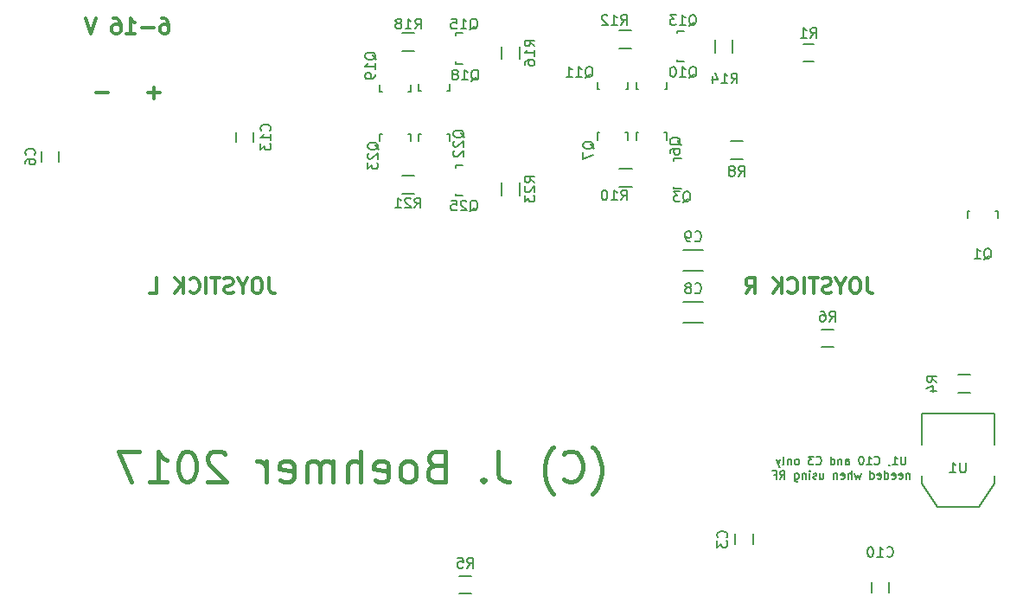
<source format=gbo>
G04 #@! TF.GenerationSoftware,KiCad,Pcbnew,(2017-03-02 revision 906ee77db)-makepkg*
G04 #@! TF.CreationDate,2017-03-05T17:57:52+01:00*
G04 #@! TF.ProjectId,FTController,4654436F6E74726F6C6C65722E6B6963,1.0*
G04 #@! TF.FileFunction,Legend,Bot*
G04 #@! TF.FilePolarity,Positive*
%FSLAX46Y46*%
G04 Gerber Fmt 4.6, Leading zero omitted, Abs format (unit mm)*
G04 Created by KiCad (PCBNEW (2017-03-02 revision 906ee77db)-makepkg) date 03/05/17 17:57:52*
%MOMM*%
%LPD*%
G01*
G04 APERTURE LIST*
%ADD10C,0.100000*%
%ADD11C,0.200000*%
%ADD12C,0.300000*%
%ADD13C,0.400000*%
%ADD14C,0.150000*%
G04 APERTURE END LIST*
D10*
D11*
X233615714Y-133481904D02*
X233615714Y-134129523D01*
X233577619Y-134205714D01*
X233539523Y-134243809D01*
X233463333Y-134281904D01*
X233310952Y-134281904D01*
X233234761Y-134243809D01*
X233196666Y-134205714D01*
X233158571Y-134129523D01*
X233158571Y-133481904D01*
X232358571Y-134281904D02*
X232815714Y-134281904D01*
X232587142Y-134281904D02*
X232587142Y-133481904D01*
X232663333Y-133596190D01*
X232739523Y-133672380D01*
X232815714Y-133710476D01*
X231977619Y-134243809D02*
X231977619Y-134281904D01*
X232015714Y-134358095D01*
X232053809Y-134396190D01*
X230568095Y-134205714D02*
X230606190Y-134243809D01*
X230720476Y-134281904D01*
X230796666Y-134281904D01*
X230910952Y-134243809D01*
X230987142Y-134167619D01*
X231025238Y-134091428D01*
X231063333Y-133939047D01*
X231063333Y-133824761D01*
X231025238Y-133672380D01*
X230987142Y-133596190D01*
X230910952Y-133520000D01*
X230796666Y-133481904D01*
X230720476Y-133481904D01*
X230606190Y-133520000D01*
X230568095Y-133558095D01*
X229806190Y-134281904D02*
X230263333Y-134281904D01*
X230034761Y-134281904D02*
X230034761Y-133481904D01*
X230110952Y-133596190D01*
X230187142Y-133672380D01*
X230263333Y-133710476D01*
X229310952Y-133481904D02*
X229234761Y-133481904D01*
X229158571Y-133520000D01*
X229120476Y-133558095D01*
X229082380Y-133634285D01*
X229044285Y-133786666D01*
X229044285Y-133977142D01*
X229082380Y-134129523D01*
X229120476Y-134205714D01*
X229158571Y-134243809D01*
X229234761Y-134281904D01*
X229310952Y-134281904D01*
X229387142Y-134243809D01*
X229425238Y-134205714D01*
X229463333Y-134129523D01*
X229501428Y-133977142D01*
X229501428Y-133786666D01*
X229463333Y-133634285D01*
X229425238Y-133558095D01*
X229387142Y-133520000D01*
X229310952Y-133481904D01*
X227749047Y-134281904D02*
X227749047Y-133862857D01*
X227787142Y-133786666D01*
X227863333Y-133748571D01*
X228015714Y-133748571D01*
X228091904Y-133786666D01*
X227749047Y-134243809D02*
X227825238Y-134281904D01*
X228015714Y-134281904D01*
X228091904Y-134243809D01*
X228130000Y-134167619D01*
X228130000Y-134091428D01*
X228091904Y-134015238D01*
X228015714Y-133977142D01*
X227825238Y-133977142D01*
X227749047Y-133939047D01*
X227368095Y-133748571D02*
X227368095Y-134281904D01*
X227368095Y-133824761D02*
X227330000Y-133786666D01*
X227253809Y-133748571D01*
X227139523Y-133748571D01*
X227063333Y-133786666D01*
X227025238Y-133862857D01*
X227025238Y-134281904D01*
X226301428Y-134281904D02*
X226301428Y-133481904D01*
X226301428Y-134243809D02*
X226377619Y-134281904D01*
X226530000Y-134281904D01*
X226606190Y-134243809D01*
X226644285Y-134205714D01*
X226682380Y-134129523D01*
X226682380Y-133900952D01*
X226644285Y-133824761D01*
X226606190Y-133786666D01*
X226530000Y-133748571D01*
X226377619Y-133748571D01*
X226301428Y-133786666D01*
X224853809Y-134205714D02*
X224891904Y-134243809D01*
X225006190Y-134281904D01*
X225082380Y-134281904D01*
X225196666Y-134243809D01*
X225272857Y-134167619D01*
X225310952Y-134091428D01*
X225349047Y-133939047D01*
X225349047Y-133824761D01*
X225310952Y-133672380D01*
X225272857Y-133596190D01*
X225196666Y-133520000D01*
X225082380Y-133481904D01*
X225006190Y-133481904D01*
X224891904Y-133520000D01*
X224853809Y-133558095D01*
X224587142Y-133481904D02*
X224091904Y-133481904D01*
X224358571Y-133786666D01*
X224244285Y-133786666D01*
X224168095Y-133824761D01*
X224130000Y-133862857D01*
X224091904Y-133939047D01*
X224091904Y-134129523D01*
X224130000Y-134205714D01*
X224168095Y-134243809D01*
X224244285Y-134281904D01*
X224472857Y-134281904D01*
X224549047Y-134243809D01*
X224587142Y-134205714D01*
X223025238Y-134281904D02*
X223101428Y-134243809D01*
X223139523Y-134205714D01*
X223177619Y-134129523D01*
X223177619Y-133900952D01*
X223139523Y-133824761D01*
X223101428Y-133786666D01*
X223025238Y-133748571D01*
X222910952Y-133748571D01*
X222834761Y-133786666D01*
X222796666Y-133824761D01*
X222758571Y-133900952D01*
X222758571Y-134129523D01*
X222796666Y-134205714D01*
X222834761Y-134243809D01*
X222910952Y-134281904D01*
X223025238Y-134281904D01*
X222415714Y-133748571D02*
X222415714Y-134281904D01*
X222415714Y-133824761D02*
X222377619Y-133786666D01*
X222301428Y-133748571D01*
X222187142Y-133748571D01*
X222110952Y-133786666D01*
X222072857Y-133862857D01*
X222072857Y-134281904D01*
X221577619Y-134281904D02*
X221653809Y-134243809D01*
X221691904Y-134167619D01*
X221691904Y-133481904D01*
X221349047Y-133748571D02*
X221158571Y-134281904D01*
X220968095Y-133748571D02*
X221158571Y-134281904D01*
X221234761Y-134472380D01*
X221272857Y-134510476D01*
X221349047Y-134548571D01*
X233996666Y-135148571D02*
X233996666Y-135681904D01*
X233996666Y-135224761D02*
X233958571Y-135186666D01*
X233882380Y-135148571D01*
X233768095Y-135148571D01*
X233691904Y-135186666D01*
X233653809Y-135262857D01*
X233653809Y-135681904D01*
X232968095Y-135643809D02*
X233044285Y-135681904D01*
X233196666Y-135681904D01*
X233272857Y-135643809D01*
X233310952Y-135567619D01*
X233310952Y-135262857D01*
X233272857Y-135186666D01*
X233196666Y-135148571D01*
X233044285Y-135148571D01*
X232968095Y-135186666D01*
X232930000Y-135262857D01*
X232930000Y-135339047D01*
X233310952Y-135415238D01*
X232282380Y-135643809D02*
X232358571Y-135681904D01*
X232510952Y-135681904D01*
X232587142Y-135643809D01*
X232625238Y-135567619D01*
X232625238Y-135262857D01*
X232587142Y-135186666D01*
X232510952Y-135148571D01*
X232358571Y-135148571D01*
X232282380Y-135186666D01*
X232244285Y-135262857D01*
X232244285Y-135339047D01*
X232625238Y-135415238D01*
X231558571Y-135681904D02*
X231558571Y-134881904D01*
X231558571Y-135643809D02*
X231634761Y-135681904D01*
X231787142Y-135681904D01*
X231863333Y-135643809D01*
X231901428Y-135605714D01*
X231939523Y-135529523D01*
X231939523Y-135300952D01*
X231901428Y-135224761D01*
X231863333Y-135186666D01*
X231787142Y-135148571D01*
X231634761Y-135148571D01*
X231558571Y-135186666D01*
X230872857Y-135643809D02*
X230949047Y-135681904D01*
X231101428Y-135681904D01*
X231177619Y-135643809D01*
X231215714Y-135567619D01*
X231215714Y-135262857D01*
X231177619Y-135186666D01*
X231101428Y-135148571D01*
X230949047Y-135148571D01*
X230872857Y-135186666D01*
X230834761Y-135262857D01*
X230834761Y-135339047D01*
X231215714Y-135415238D01*
X230149047Y-135681904D02*
X230149047Y-134881904D01*
X230149047Y-135643809D02*
X230225238Y-135681904D01*
X230377619Y-135681904D01*
X230453809Y-135643809D01*
X230491904Y-135605714D01*
X230530000Y-135529523D01*
X230530000Y-135300952D01*
X230491904Y-135224761D01*
X230453809Y-135186666D01*
X230377619Y-135148571D01*
X230225238Y-135148571D01*
X230149047Y-135186666D01*
X229234761Y-135148571D02*
X229082380Y-135681904D01*
X228930000Y-135300952D01*
X228777619Y-135681904D01*
X228625238Y-135148571D01*
X228320476Y-135681904D02*
X228320476Y-134881904D01*
X227977619Y-135681904D02*
X227977619Y-135262857D01*
X228015714Y-135186666D01*
X228091904Y-135148571D01*
X228206190Y-135148571D01*
X228282380Y-135186666D01*
X228320476Y-135224761D01*
X227291904Y-135643809D02*
X227368095Y-135681904D01*
X227520476Y-135681904D01*
X227596666Y-135643809D01*
X227634761Y-135567619D01*
X227634761Y-135262857D01*
X227596666Y-135186666D01*
X227520476Y-135148571D01*
X227368095Y-135148571D01*
X227291904Y-135186666D01*
X227253809Y-135262857D01*
X227253809Y-135339047D01*
X227634761Y-135415238D01*
X226910952Y-135148571D02*
X226910952Y-135681904D01*
X226910952Y-135224761D02*
X226872857Y-135186666D01*
X226796666Y-135148571D01*
X226682380Y-135148571D01*
X226606190Y-135186666D01*
X226568095Y-135262857D01*
X226568095Y-135681904D01*
X225234761Y-135148571D02*
X225234761Y-135681904D01*
X225577619Y-135148571D02*
X225577619Y-135567619D01*
X225539523Y-135643809D01*
X225463333Y-135681904D01*
X225349047Y-135681904D01*
X225272857Y-135643809D01*
X225234761Y-135605714D01*
X224891904Y-135643809D02*
X224815714Y-135681904D01*
X224663333Y-135681904D01*
X224587142Y-135643809D01*
X224549047Y-135567619D01*
X224549047Y-135529523D01*
X224587142Y-135453333D01*
X224663333Y-135415238D01*
X224777619Y-135415238D01*
X224853809Y-135377142D01*
X224891904Y-135300952D01*
X224891904Y-135262857D01*
X224853809Y-135186666D01*
X224777619Y-135148571D01*
X224663333Y-135148571D01*
X224587142Y-135186666D01*
X224206190Y-135681904D02*
X224206190Y-135148571D01*
X224206190Y-134881904D02*
X224244285Y-134920000D01*
X224206190Y-134958095D01*
X224168095Y-134920000D01*
X224206190Y-134881904D01*
X224206190Y-134958095D01*
X223825238Y-135148571D02*
X223825238Y-135681904D01*
X223825238Y-135224761D02*
X223787142Y-135186666D01*
X223710952Y-135148571D01*
X223596666Y-135148571D01*
X223520476Y-135186666D01*
X223482380Y-135262857D01*
X223482380Y-135681904D01*
X222758571Y-135148571D02*
X222758571Y-135796190D01*
X222796666Y-135872380D01*
X222834761Y-135910476D01*
X222910952Y-135948571D01*
X223025238Y-135948571D01*
X223101428Y-135910476D01*
X222758571Y-135643809D02*
X222834761Y-135681904D01*
X222987142Y-135681904D01*
X223063333Y-135643809D01*
X223101428Y-135605714D01*
X223139523Y-135529523D01*
X223139523Y-135300952D01*
X223101428Y-135224761D01*
X223063333Y-135186666D01*
X222987142Y-135148571D01*
X222834761Y-135148571D01*
X222758571Y-135186666D01*
X221310952Y-135681904D02*
X221577619Y-135300952D01*
X221768095Y-135681904D02*
X221768095Y-134881904D01*
X221463333Y-134881904D01*
X221387142Y-134920000D01*
X221349047Y-134958095D01*
X221310952Y-135034285D01*
X221310952Y-135148571D01*
X221349047Y-135224761D01*
X221387142Y-135262857D01*
X221463333Y-135300952D01*
X221768095Y-135300952D01*
X220701428Y-135262857D02*
X220968095Y-135262857D01*
X220968095Y-135681904D02*
X220968095Y-134881904D01*
X220587142Y-134881904D01*
D12*
X229833571Y-116018571D02*
X229833571Y-117090000D01*
X229905000Y-117304285D01*
X230047857Y-117447142D01*
X230262142Y-117518571D01*
X230405000Y-117518571D01*
X228833571Y-116018571D02*
X228547857Y-116018571D01*
X228405000Y-116090000D01*
X228262142Y-116232857D01*
X228190714Y-116518571D01*
X228190714Y-117018571D01*
X228262142Y-117304285D01*
X228405000Y-117447142D01*
X228547857Y-117518571D01*
X228833571Y-117518571D01*
X228976428Y-117447142D01*
X229119285Y-117304285D01*
X229190714Y-117018571D01*
X229190714Y-116518571D01*
X229119285Y-116232857D01*
X228976428Y-116090000D01*
X228833571Y-116018571D01*
X227262142Y-116804285D02*
X227262142Y-117518571D01*
X227762142Y-116018571D02*
X227262142Y-116804285D01*
X226762142Y-116018571D01*
X226333571Y-117447142D02*
X226119285Y-117518571D01*
X225762142Y-117518571D01*
X225619285Y-117447142D01*
X225547857Y-117375714D01*
X225476428Y-117232857D01*
X225476428Y-117090000D01*
X225547857Y-116947142D01*
X225619285Y-116875714D01*
X225762142Y-116804285D01*
X226047857Y-116732857D01*
X226190714Y-116661428D01*
X226262142Y-116590000D01*
X226333571Y-116447142D01*
X226333571Y-116304285D01*
X226262142Y-116161428D01*
X226190714Y-116090000D01*
X226047857Y-116018571D01*
X225690714Y-116018571D01*
X225476428Y-116090000D01*
X225047857Y-116018571D02*
X224190714Y-116018571D01*
X224619285Y-117518571D02*
X224619285Y-116018571D01*
X223690714Y-117518571D02*
X223690714Y-116018571D01*
X222119285Y-117375714D02*
X222190714Y-117447142D01*
X222405000Y-117518571D01*
X222547857Y-117518571D01*
X222762142Y-117447142D01*
X222905000Y-117304285D01*
X222976428Y-117161428D01*
X223047857Y-116875714D01*
X223047857Y-116661428D01*
X222976428Y-116375714D01*
X222905000Y-116232857D01*
X222762142Y-116090000D01*
X222547857Y-116018571D01*
X222405000Y-116018571D01*
X222190714Y-116090000D01*
X222119285Y-116161428D01*
X221476428Y-117518571D02*
X221476428Y-116018571D01*
X220619285Y-117518571D02*
X221262142Y-116661428D01*
X220619285Y-116018571D02*
X221476428Y-116875714D01*
X217976428Y-117518571D02*
X218476428Y-116804285D01*
X218833571Y-117518571D02*
X218833571Y-116018571D01*
X218262142Y-116018571D01*
X218119285Y-116090000D01*
X218047857Y-116161428D01*
X217976428Y-116304285D01*
X217976428Y-116518571D01*
X218047857Y-116661428D01*
X218119285Y-116732857D01*
X218262142Y-116804285D01*
X218833571Y-116804285D01*
X171270714Y-116018571D02*
X171270714Y-117090000D01*
X171342142Y-117304285D01*
X171485000Y-117447142D01*
X171699285Y-117518571D01*
X171842142Y-117518571D01*
X170270714Y-116018571D02*
X169985000Y-116018571D01*
X169842142Y-116090000D01*
X169699285Y-116232857D01*
X169627857Y-116518571D01*
X169627857Y-117018571D01*
X169699285Y-117304285D01*
X169842142Y-117447142D01*
X169985000Y-117518571D01*
X170270714Y-117518571D01*
X170413571Y-117447142D01*
X170556428Y-117304285D01*
X170627857Y-117018571D01*
X170627857Y-116518571D01*
X170556428Y-116232857D01*
X170413571Y-116090000D01*
X170270714Y-116018571D01*
X168699285Y-116804285D02*
X168699285Y-117518571D01*
X169199285Y-116018571D02*
X168699285Y-116804285D01*
X168199285Y-116018571D01*
X167770714Y-117447142D02*
X167556428Y-117518571D01*
X167199285Y-117518571D01*
X167056428Y-117447142D01*
X166985000Y-117375714D01*
X166913571Y-117232857D01*
X166913571Y-117090000D01*
X166985000Y-116947142D01*
X167056428Y-116875714D01*
X167199285Y-116804285D01*
X167485000Y-116732857D01*
X167627857Y-116661428D01*
X167699285Y-116590000D01*
X167770714Y-116447142D01*
X167770714Y-116304285D01*
X167699285Y-116161428D01*
X167627857Y-116090000D01*
X167485000Y-116018571D01*
X167127857Y-116018571D01*
X166913571Y-116090000D01*
X166485000Y-116018571D02*
X165627857Y-116018571D01*
X166056428Y-117518571D02*
X166056428Y-116018571D01*
X165127857Y-117518571D02*
X165127857Y-116018571D01*
X163556428Y-117375714D02*
X163627857Y-117447142D01*
X163842142Y-117518571D01*
X163985000Y-117518571D01*
X164199285Y-117447142D01*
X164342142Y-117304285D01*
X164413571Y-117161428D01*
X164485000Y-116875714D01*
X164485000Y-116661428D01*
X164413571Y-116375714D01*
X164342142Y-116232857D01*
X164199285Y-116090000D01*
X163985000Y-116018571D01*
X163842142Y-116018571D01*
X163627857Y-116090000D01*
X163556428Y-116161428D01*
X162913571Y-117518571D02*
X162913571Y-116018571D01*
X162056428Y-117518571D02*
X162699285Y-116661428D01*
X162056428Y-116018571D02*
X162913571Y-116875714D01*
X159556428Y-117518571D02*
X160270714Y-117518571D01*
X160270714Y-116018571D01*
X160765714Y-90618571D02*
X161051428Y-90618571D01*
X161194285Y-90690000D01*
X161265714Y-90761428D01*
X161408571Y-90975714D01*
X161480000Y-91261428D01*
X161480000Y-91832857D01*
X161408571Y-91975714D01*
X161337142Y-92047142D01*
X161194285Y-92118571D01*
X160908571Y-92118571D01*
X160765714Y-92047142D01*
X160694285Y-91975714D01*
X160622857Y-91832857D01*
X160622857Y-91475714D01*
X160694285Y-91332857D01*
X160765714Y-91261428D01*
X160908571Y-91190000D01*
X161194285Y-91190000D01*
X161337142Y-91261428D01*
X161408571Y-91332857D01*
X161480000Y-91475714D01*
X159980000Y-91547142D02*
X158837142Y-91547142D01*
X157337142Y-92118571D02*
X158194285Y-92118571D01*
X157765714Y-92118571D02*
X157765714Y-90618571D01*
X157908571Y-90832857D01*
X158051428Y-90975714D01*
X158194285Y-91047142D01*
X156051428Y-90618571D02*
X156337142Y-90618571D01*
X156480000Y-90690000D01*
X156551428Y-90761428D01*
X156694285Y-90975714D01*
X156765714Y-91261428D01*
X156765714Y-91832857D01*
X156694285Y-91975714D01*
X156622857Y-92047142D01*
X156480000Y-92118571D01*
X156194285Y-92118571D01*
X156051428Y-92047142D01*
X155980000Y-91975714D01*
X155908571Y-91832857D01*
X155908571Y-91475714D01*
X155980000Y-91332857D01*
X156051428Y-91261428D01*
X156194285Y-91190000D01*
X156480000Y-91190000D01*
X156622857Y-91261428D01*
X156694285Y-91332857D01*
X156765714Y-91475714D01*
X154337142Y-90618571D02*
X153837142Y-92118571D01*
X153337142Y-90618571D01*
X155511428Y-97897142D02*
X154368571Y-97897142D01*
X160591428Y-97897142D02*
X159448571Y-97897142D01*
X160020000Y-98468571D02*
X160020000Y-97325714D01*
D13*
X202982857Y-137120000D02*
X203125714Y-136977142D01*
X203411428Y-136548571D01*
X203554285Y-136262857D01*
X203697142Y-135834285D01*
X203840000Y-135120000D01*
X203840000Y-134548571D01*
X203697142Y-133834285D01*
X203554285Y-133405714D01*
X203411428Y-133120000D01*
X203125714Y-132691428D01*
X202982857Y-132548571D01*
X200125714Y-135691428D02*
X200268571Y-135834285D01*
X200697142Y-135977142D01*
X200982857Y-135977142D01*
X201411428Y-135834285D01*
X201697142Y-135548571D01*
X201840000Y-135262857D01*
X201982857Y-134691428D01*
X201982857Y-134262857D01*
X201840000Y-133691428D01*
X201697142Y-133405714D01*
X201411428Y-133120000D01*
X200982857Y-132977142D01*
X200697142Y-132977142D01*
X200268571Y-133120000D01*
X200125714Y-133262857D01*
X199125714Y-137120000D02*
X198982857Y-136977142D01*
X198697142Y-136548571D01*
X198554285Y-136262857D01*
X198411428Y-135834285D01*
X198268571Y-135120000D01*
X198268571Y-134548571D01*
X198411428Y-133834285D01*
X198554285Y-133405714D01*
X198697142Y-133120000D01*
X198982857Y-132691428D01*
X199125714Y-132548571D01*
X193697142Y-132977142D02*
X193697142Y-135120000D01*
X193840000Y-135548571D01*
X194125714Y-135834285D01*
X194554285Y-135977142D01*
X194840000Y-135977142D01*
X192268571Y-135691428D02*
X192125714Y-135834285D01*
X192268571Y-135977142D01*
X192411428Y-135834285D01*
X192268571Y-135691428D01*
X192268571Y-135977142D01*
X187554285Y-134405714D02*
X187125714Y-134548571D01*
X186982857Y-134691428D01*
X186840000Y-134977142D01*
X186840000Y-135405714D01*
X186982857Y-135691428D01*
X187125714Y-135834285D01*
X187411428Y-135977142D01*
X188554285Y-135977142D01*
X188554285Y-132977142D01*
X187554285Y-132977142D01*
X187268571Y-133120000D01*
X187125714Y-133262857D01*
X186982857Y-133548571D01*
X186982857Y-133834285D01*
X187125714Y-134120000D01*
X187268571Y-134262857D01*
X187554285Y-134405714D01*
X188554285Y-134405714D01*
X185125714Y-135977142D02*
X185411428Y-135834285D01*
X185554285Y-135691428D01*
X185697142Y-135405714D01*
X185697142Y-134548571D01*
X185554285Y-134262857D01*
X185411428Y-134120000D01*
X185125714Y-133977142D01*
X184697142Y-133977142D01*
X184411428Y-134120000D01*
X184268571Y-134262857D01*
X184125714Y-134548571D01*
X184125714Y-135405714D01*
X184268571Y-135691428D01*
X184411428Y-135834285D01*
X184697142Y-135977142D01*
X185125714Y-135977142D01*
X181697142Y-135834285D02*
X181982857Y-135977142D01*
X182554285Y-135977142D01*
X182840000Y-135834285D01*
X182982857Y-135548571D01*
X182982857Y-134405714D01*
X182840000Y-134120000D01*
X182554285Y-133977142D01*
X181982857Y-133977142D01*
X181697142Y-134120000D01*
X181554285Y-134405714D01*
X181554285Y-134691428D01*
X182982857Y-134977142D01*
X180268571Y-135977142D02*
X180268571Y-132977142D01*
X178982857Y-135977142D02*
X178982857Y-134405714D01*
X179125714Y-134120000D01*
X179411428Y-133977142D01*
X179840000Y-133977142D01*
X180125714Y-134120000D01*
X180268571Y-134262857D01*
X177554285Y-135977142D02*
X177554285Y-133977142D01*
X177554285Y-134262857D02*
X177411428Y-134120000D01*
X177125714Y-133977142D01*
X176697142Y-133977142D01*
X176411428Y-134120000D01*
X176268571Y-134405714D01*
X176268571Y-135977142D01*
X176268571Y-134405714D02*
X176125714Y-134120000D01*
X175840000Y-133977142D01*
X175411428Y-133977142D01*
X175125714Y-134120000D01*
X174982857Y-134405714D01*
X174982857Y-135977142D01*
X172411428Y-135834285D02*
X172697142Y-135977142D01*
X173268571Y-135977142D01*
X173554285Y-135834285D01*
X173697142Y-135548571D01*
X173697142Y-134405714D01*
X173554285Y-134120000D01*
X173268571Y-133977142D01*
X172697142Y-133977142D01*
X172411428Y-134120000D01*
X172268571Y-134405714D01*
X172268571Y-134691428D01*
X173697142Y-134977142D01*
X170982857Y-135977142D02*
X170982857Y-133977142D01*
X170982857Y-134548571D02*
X170840000Y-134262857D01*
X170697142Y-134120000D01*
X170411428Y-133977142D01*
X170125714Y-133977142D01*
X166982857Y-133262857D02*
X166840000Y-133120000D01*
X166554285Y-132977142D01*
X165840000Y-132977142D01*
X165554285Y-133120000D01*
X165411428Y-133262857D01*
X165268571Y-133548571D01*
X165268571Y-133834285D01*
X165411428Y-134262857D01*
X167125714Y-135977142D01*
X165268571Y-135977142D01*
X163411428Y-132977142D02*
X163125714Y-132977142D01*
X162840000Y-133120000D01*
X162697142Y-133262857D01*
X162554285Y-133548571D01*
X162411428Y-134120000D01*
X162411428Y-134834285D01*
X162554285Y-135405714D01*
X162697142Y-135691428D01*
X162840000Y-135834285D01*
X163125714Y-135977142D01*
X163411428Y-135977142D01*
X163697142Y-135834285D01*
X163840000Y-135691428D01*
X163982857Y-135405714D01*
X164125714Y-134834285D01*
X164125714Y-134120000D01*
X163982857Y-133548571D01*
X163840000Y-133262857D01*
X163697142Y-133120000D01*
X163411428Y-132977142D01*
X159554285Y-135977142D02*
X161268571Y-135977142D01*
X160411428Y-135977142D02*
X160411428Y-132977142D01*
X160697142Y-133405714D01*
X160982857Y-133691428D01*
X161268571Y-133834285D01*
X158554285Y-132977142D02*
X156554285Y-132977142D01*
X157840000Y-135977142D01*
D14*
X216955000Y-142085000D02*
X216955000Y-141085000D01*
X218655000Y-141085000D02*
X218655000Y-142085000D01*
X149010000Y-104660000D02*
X149010000Y-103660000D01*
X150710000Y-103660000D02*
X150710000Y-104660000D01*
X213820000Y-120405000D02*
X211820000Y-120405000D01*
X211820000Y-118355000D02*
X213820000Y-118355000D01*
X211820000Y-113275000D02*
X213820000Y-113275000D01*
X213820000Y-115325000D02*
X211820000Y-115325000D01*
X211628800Y-104291180D02*
X210927760Y-104291180D01*
X210927760Y-104291180D02*
X210927760Y-104540100D01*
X210927760Y-107090160D02*
X210927760Y-107290820D01*
X210927760Y-107290820D02*
X211628800Y-107290820D01*
X210222820Y-102493800D02*
X210222820Y-101792760D01*
X210222820Y-101792760D02*
X209973900Y-101792760D01*
X207423840Y-101792760D02*
X207223180Y-101792760D01*
X207223180Y-101792760D02*
X207223180Y-102493800D01*
X206412820Y-102493800D02*
X206412820Y-101792760D01*
X206412820Y-101792760D02*
X206163900Y-101792760D01*
X203613840Y-101792760D02*
X203413180Y-101792760D01*
X203413180Y-101792760D02*
X203413180Y-102493800D01*
X207223180Y-96849900D02*
X207223180Y-97550940D01*
X207223180Y-97550940D02*
X207472100Y-97550940D01*
X210022160Y-97550940D02*
X210222820Y-97550940D01*
X210222820Y-97550940D02*
X210222820Y-96849900D01*
X206412820Y-97550940D02*
X206412820Y-96849900D01*
X206212160Y-97550940D02*
X206412820Y-97550940D01*
X203413180Y-97550940D02*
X203662100Y-97550940D01*
X203413180Y-96849900D02*
X203413180Y-97550940D01*
X211208620Y-94821720D02*
X211909660Y-94821720D01*
X211208620Y-94621060D02*
X211208620Y-94821720D01*
X211208620Y-91822080D02*
X211208620Y-92071000D01*
X211909660Y-91822080D02*
X211208620Y-91822080D01*
X189580760Y-95051720D02*
X190281800Y-95051720D01*
X189580760Y-94851060D02*
X189580760Y-95051720D01*
X189580760Y-92052080D02*
X189580760Y-92301000D01*
X190281800Y-92052080D02*
X189580760Y-92052080D01*
X188951820Y-97701140D02*
X188951820Y-97000100D01*
X188751160Y-97701140D02*
X188951820Y-97701140D01*
X185952180Y-97701140D02*
X186201100Y-97701140D01*
X185952180Y-97000100D02*
X185952180Y-97701140D01*
X182150180Y-97080000D02*
X182150180Y-97781040D01*
X182150180Y-97781040D02*
X182399100Y-97781040D01*
X184949160Y-97781040D02*
X185149820Y-97781040D01*
X185149820Y-97781040D02*
X185149820Y-97080000D01*
X188951820Y-102643800D02*
X188951820Y-101942760D01*
X188951820Y-101942760D02*
X188702900Y-101942760D01*
X186152840Y-101942760D02*
X185952180Y-101942760D01*
X185952180Y-101942760D02*
X185952180Y-102643800D01*
X182150180Y-101942760D02*
X182150180Y-102643800D01*
X182350840Y-101942760D02*
X182150180Y-101942760D01*
X185149820Y-101942760D02*
X184900900Y-101942760D01*
X185149820Y-102643800D02*
X185149820Y-101942760D01*
X189580760Y-107982820D02*
X190281800Y-107982820D01*
X189580760Y-107782160D02*
X189580760Y-107982820D01*
X189580760Y-104983180D02*
X189580760Y-105232100D01*
X190281800Y-104983180D02*
X189580760Y-104983180D01*
X223635000Y-93130000D02*
X224635000Y-93130000D01*
X224635000Y-94830000D02*
X223635000Y-94830000D01*
X242672820Y-110136800D02*
X242672820Y-109435760D01*
X242672820Y-109435760D02*
X242423900Y-109435760D01*
X239873840Y-109435760D02*
X239673180Y-109435760D01*
X239673180Y-109435760D02*
X239673180Y-110136800D01*
X239915000Y-125490000D02*
X238715000Y-125490000D01*
X238715000Y-127240000D02*
X239915000Y-127240000D01*
X226580000Y-121045000D02*
X225380000Y-121045000D01*
X225380000Y-122795000D02*
X226580000Y-122795000D01*
X216490000Y-104380000D02*
X217690000Y-104380000D01*
X217690000Y-102630000D02*
X216490000Y-102630000D01*
X205603000Y-107100000D02*
X206803000Y-107100000D01*
X206803000Y-105350000D02*
X205603000Y-105350000D01*
X205563000Y-93561900D02*
X206763000Y-93561900D01*
X206763000Y-91811900D02*
X205563000Y-91811900D01*
X216695000Y-93945000D02*
X216695000Y-92745000D01*
X214945000Y-92745000D02*
X214945000Y-93945000D01*
X194070000Y-93380000D02*
X194070000Y-94580000D01*
X195820000Y-94580000D02*
X195820000Y-93380000D01*
X184340000Y-93791900D02*
X185540000Y-93791900D01*
X185540000Y-92041900D02*
X184340000Y-92041900D01*
X184300000Y-107762000D02*
X185500000Y-107762000D01*
X185500000Y-106012000D02*
X184300000Y-106012000D01*
X195820000Y-107915000D02*
X195820000Y-106715000D01*
X194070000Y-106715000D02*
X194070000Y-107915000D01*
X189900000Y-146925000D02*
X191100000Y-146925000D01*
X191100000Y-145175000D02*
X189900000Y-145175000D01*
X231990000Y-145804000D02*
X231990000Y-146804000D01*
X230290000Y-146804000D02*
X230290000Y-145804000D01*
X235204000Y-132334000D02*
X235204000Y-129286000D01*
X235204000Y-129286000D02*
X242316000Y-129286000D01*
X242316000Y-129286000D02*
X242316000Y-132334000D01*
X235204000Y-135382000D02*
X235204000Y-136144000D01*
X235204000Y-136144000D02*
X236728000Y-138430000D01*
X236728000Y-138430000D02*
X240792000Y-138430000D01*
X240792000Y-138430000D02*
X242316000Y-136144000D01*
X242316000Y-136144000D02*
X242316000Y-135382000D01*
X169760000Y-101735000D02*
X169760000Y-102735000D01*
X168060000Y-102735000D02*
X168060000Y-101735000D01*
X216062142Y-141418333D02*
X216109761Y-141370714D01*
X216157380Y-141227857D01*
X216157380Y-141132619D01*
X216109761Y-140989761D01*
X216014523Y-140894523D01*
X215919285Y-140846904D01*
X215728809Y-140799285D01*
X215585952Y-140799285D01*
X215395476Y-140846904D01*
X215300238Y-140894523D01*
X215205000Y-140989761D01*
X215157380Y-141132619D01*
X215157380Y-141227857D01*
X215205000Y-141370714D01*
X215252619Y-141418333D01*
X215157380Y-141751666D02*
X215157380Y-142370714D01*
X215538333Y-142037380D01*
X215538333Y-142180238D01*
X215585952Y-142275476D01*
X215633571Y-142323095D01*
X215728809Y-142370714D01*
X215966904Y-142370714D01*
X216062142Y-142323095D01*
X216109761Y-142275476D01*
X216157380Y-142180238D01*
X216157380Y-141894523D01*
X216109761Y-141799285D01*
X216062142Y-141751666D01*
X148312142Y-103973333D02*
X148359761Y-103925714D01*
X148407380Y-103782857D01*
X148407380Y-103687619D01*
X148359761Y-103544761D01*
X148264523Y-103449523D01*
X148169285Y-103401904D01*
X147978809Y-103354285D01*
X147835952Y-103354285D01*
X147645476Y-103401904D01*
X147550238Y-103449523D01*
X147455000Y-103544761D01*
X147407380Y-103687619D01*
X147407380Y-103782857D01*
X147455000Y-103925714D01*
X147502619Y-103973333D01*
X147407380Y-104830476D02*
X147407380Y-104640000D01*
X147455000Y-104544761D01*
X147502619Y-104497142D01*
X147645476Y-104401904D01*
X147835952Y-104354285D01*
X148216904Y-104354285D01*
X148312142Y-104401904D01*
X148359761Y-104449523D01*
X148407380Y-104544761D01*
X148407380Y-104735238D01*
X148359761Y-104830476D01*
X148312142Y-104878095D01*
X148216904Y-104925714D01*
X147978809Y-104925714D01*
X147883571Y-104878095D01*
X147835952Y-104830476D01*
X147788333Y-104735238D01*
X147788333Y-104544761D01*
X147835952Y-104449523D01*
X147883571Y-104401904D01*
X147978809Y-104354285D01*
X212986666Y-117437142D02*
X213034285Y-117484761D01*
X213177142Y-117532380D01*
X213272380Y-117532380D01*
X213415238Y-117484761D01*
X213510476Y-117389523D01*
X213558095Y-117294285D01*
X213605714Y-117103809D01*
X213605714Y-116960952D01*
X213558095Y-116770476D01*
X213510476Y-116675238D01*
X213415238Y-116580000D01*
X213272380Y-116532380D01*
X213177142Y-116532380D01*
X213034285Y-116580000D01*
X212986666Y-116627619D01*
X212415238Y-116960952D02*
X212510476Y-116913333D01*
X212558095Y-116865714D01*
X212605714Y-116770476D01*
X212605714Y-116722857D01*
X212558095Y-116627619D01*
X212510476Y-116580000D01*
X212415238Y-116532380D01*
X212224761Y-116532380D01*
X212129523Y-116580000D01*
X212081904Y-116627619D01*
X212034285Y-116722857D01*
X212034285Y-116770476D01*
X212081904Y-116865714D01*
X212129523Y-116913333D01*
X212224761Y-116960952D01*
X212415238Y-116960952D01*
X212510476Y-117008571D01*
X212558095Y-117056190D01*
X212605714Y-117151428D01*
X212605714Y-117341904D01*
X212558095Y-117437142D01*
X212510476Y-117484761D01*
X212415238Y-117532380D01*
X212224761Y-117532380D01*
X212129523Y-117484761D01*
X212081904Y-117437142D01*
X212034285Y-117341904D01*
X212034285Y-117151428D01*
X212081904Y-117056190D01*
X212129523Y-117008571D01*
X212224761Y-116960952D01*
X212986666Y-112357142D02*
X213034285Y-112404761D01*
X213177142Y-112452380D01*
X213272380Y-112452380D01*
X213415238Y-112404761D01*
X213510476Y-112309523D01*
X213558095Y-112214285D01*
X213605714Y-112023809D01*
X213605714Y-111880952D01*
X213558095Y-111690476D01*
X213510476Y-111595238D01*
X213415238Y-111500000D01*
X213272380Y-111452380D01*
X213177142Y-111452380D01*
X213034285Y-111500000D01*
X212986666Y-111547619D01*
X212510476Y-112452380D02*
X212320000Y-112452380D01*
X212224761Y-112404761D01*
X212177142Y-112357142D01*
X212081904Y-112214285D01*
X212034285Y-112023809D01*
X212034285Y-111642857D01*
X212081904Y-111547619D01*
X212129523Y-111500000D01*
X212224761Y-111452380D01*
X212415238Y-111452380D01*
X212510476Y-111500000D01*
X212558095Y-111547619D01*
X212605714Y-111642857D01*
X212605714Y-111880952D01*
X212558095Y-111976190D01*
X212510476Y-112023809D01*
X212415238Y-112071428D01*
X212224761Y-112071428D01*
X212129523Y-112023809D01*
X212081904Y-111976190D01*
X212034285Y-111880952D01*
X211804016Y-108624885D02*
X211899254Y-108577266D01*
X211994492Y-108482027D01*
X212137349Y-108339170D01*
X212232587Y-108291551D01*
X212327825Y-108291551D01*
X212280206Y-108529646D02*
X212375444Y-108482027D01*
X212470682Y-108386789D01*
X212518301Y-108196313D01*
X212518301Y-107862980D01*
X212470682Y-107672504D01*
X212375444Y-107577266D01*
X212280206Y-107529646D01*
X212089730Y-107529646D01*
X211994492Y-107577266D01*
X211899254Y-107672504D01*
X211851635Y-107862980D01*
X211851635Y-108196313D01*
X211899254Y-108386789D01*
X211994492Y-108482027D01*
X212089730Y-108529646D01*
X212280206Y-108529646D01*
X211518301Y-107529646D02*
X210899254Y-107529646D01*
X211232587Y-107910599D01*
X211089730Y-107910599D01*
X210994492Y-107958218D01*
X210946873Y-108005837D01*
X210899254Y-108101075D01*
X210899254Y-108339170D01*
X210946873Y-108434408D01*
X210994492Y-108482027D01*
X211089730Y-108529646D01*
X211375444Y-108529646D01*
X211470682Y-108482027D01*
X211518301Y-108434408D01*
X211621619Y-103028761D02*
X211574000Y-102933523D01*
X211478761Y-102838285D01*
X211335904Y-102695428D01*
X211288285Y-102600190D01*
X211288285Y-102504952D01*
X211526380Y-102552571D02*
X211478761Y-102457333D01*
X211383523Y-102362095D01*
X211193047Y-102314476D01*
X210859714Y-102314476D01*
X210669238Y-102362095D01*
X210574000Y-102457333D01*
X210526380Y-102552571D01*
X210526380Y-102743047D01*
X210574000Y-102838285D01*
X210669238Y-102933523D01*
X210859714Y-102981142D01*
X211193047Y-102981142D01*
X211383523Y-102933523D01*
X211478761Y-102838285D01*
X211526380Y-102743047D01*
X211526380Y-102552571D01*
X210526380Y-103838285D02*
X210526380Y-103647809D01*
X210574000Y-103552571D01*
X210621619Y-103504952D01*
X210764476Y-103409714D01*
X210954952Y-103362095D01*
X211335904Y-103362095D01*
X211431142Y-103409714D01*
X211478761Y-103457333D01*
X211526380Y-103552571D01*
X211526380Y-103743047D01*
X211478761Y-103838285D01*
X211431142Y-103885904D01*
X211335904Y-103933523D01*
X211097809Y-103933523D01*
X211002571Y-103885904D01*
X210954952Y-103838285D01*
X210907333Y-103743047D01*
X210907333Y-103552571D01*
X210954952Y-103457333D01*
X211002571Y-103409714D01*
X211097809Y-103362095D01*
X203112397Y-103409747D02*
X203064778Y-103314509D01*
X202969539Y-103219271D01*
X202826682Y-103076414D01*
X202779063Y-102981176D01*
X202779063Y-102885938D01*
X203017158Y-102933557D02*
X202969539Y-102838319D01*
X202874301Y-102743081D01*
X202683825Y-102695462D01*
X202350492Y-102695462D01*
X202160016Y-102743081D01*
X202064778Y-102838319D01*
X202017158Y-102933557D01*
X202017158Y-103124033D01*
X202064778Y-103219271D01*
X202160016Y-103314509D01*
X202350492Y-103362128D01*
X202683825Y-103362128D01*
X202874301Y-103314509D01*
X202969539Y-103219271D01*
X203017158Y-103124033D01*
X203017158Y-102933557D01*
X202017158Y-103695462D02*
X202017158Y-104362128D01*
X203017158Y-103933557D01*
X212407428Y-96432619D02*
X212502666Y-96385000D01*
X212597904Y-96289761D01*
X212740761Y-96146904D01*
X212836000Y-96099285D01*
X212931238Y-96099285D01*
X212883619Y-96337380D02*
X212978857Y-96289761D01*
X213074095Y-96194523D01*
X213121714Y-96004047D01*
X213121714Y-95670714D01*
X213074095Y-95480238D01*
X212978857Y-95385000D01*
X212883619Y-95337380D01*
X212693142Y-95337380D01*
X212597904Y-95385000D01*
X212502666Y-95480238D01*
X212455047Y-95670714D01*
X212455047Y-96004047D01*
X212502666Y-96194523D01*
X212597904Y-96289761D01*
X212693142Y-96337380D01*
X212883619Y-96337380D01*
X211502666Y-96337380D02*
X212074095Y-96337380D01*
X211788380Y-96337380D02*
X211788380Y-95337380D01*
X211883619Y-95480238D01*
X211978857Y-95575476D01*
X212074095Y-95623095D01*
X210883619Y-95337380D02*
X210788380Y-95337380D01*
X210693142Y-95385000D01*
X210645523Y-95432619D01*
X210597904Y-95527857D01*
X210550285Y-95718333D01*
X210550285Y-95956428D01*
X210597904Y-96146904D01*
X210645523Y-96242142D01*
X210693142Y-96289761D01*
X210788380Y-96337380D01*
X210883619Y-96337380D01*
X210978857Y-96289761D01*
X211026476Y-96242142D01*
X211074095Y-96146904D01*
X211121714Y-95956428D01*
X211121714Y-95718333D01*
X211074095Y-95527857D01*
X211026476Y-95432619D01*
X210978857Y-95385000D01*
X210883619Y-95337380D01*
X202247428Y-96432619D02*
X202342666Y-96385000D01*
X202437904Y-96289761D01*
X202580761Y-96146904D01*
X202676000Y-96099285D01*
X202771238Y-96099285D01*
X202723619Y-96337380D02*
X202818857Y-96289761D01*
X202914095Y-96194523D01*
X202961714Y-96004047D01*
X202961714Y-95670714D01*
X202914095Y-95480238D01*
X202818857Y-95385000D01*
X202723619Y-95337380D01*
X202533142Y-95337380D01*
X202437904Y-95385000D01*
X202342666Y-95480238D01*
X202295047Y-95670714D01*
X202295047Y-96004047D01*
X202342666Y-96194523D01*
X202437904Y-96289761D01*
X202533142Y-96337380D01*
X202723619Y-96337380D01*
X201342666Y-96337380D02*
X201914095Y-96337380D01*
X201628380Y-96337380D02*
X201628380Y-95337380D01*
X201723619Y-95480238D01*
X201818857Y-95575476D01*
X201914095Y-95623095D01*
X200390285Y-96337380D02*
X200961714Y-96337380D01*
X200676000Y-96337380D02*
X200676000Y-95337380D01*
X200771238Y-95480238D01*
X200866476Y-95575476D01*
X200961714Y-95623095D01*
X212391288Y-91352645D02*
X212486526Y-91305026D01*
X212581764Y-91209787D01*
X212724621Y-91066930D01*
X212819860Y-91019311D01*
X212915098Y-91019311D01*
X212867479Y-91257406D02*
X212962717Y-91209787D01*
X213057955Y-91114549D01*
X213105574Y-90924073D01*
X213105574Y-90590740D01*
X213057955Y-90400264D01*
X212962717Y-90305026D01*
X212867479Y-90257406D01*
X212677002Y-90257406D01*
X212581764Y-90305026D01*
X212486526Y-90400264D01*
X212438907Y-90590740D01*
X212438907Y-90924073D01*
X212486526Y-91114549D01*
X212581764Y-91209787D01*
X212677002Y-91257406D01*
X212867479Y-91257406D01*
X211486526Y-91257406D02*
X212057955Y-91257406D01*
X211772240Y-91257406D02*
X211772240Y-90257406D01*
X211867479Y-90400264D01*
X211962717Y-90495502D01*
X212057955Y-90543121D01*
X211153193Y-90257406D02*
X210534145Y-90257406D01*
X210867479Y-90638359D01*
X210724621Y-90638359D01*
X210629383Y-90685978D01*
X210581764Y-90733597D01*
X210534145Y-90828835D01*
X210534145Y-91066930D01*
X210581764Y-91162168D01*
X210629383Y-91209787D01*
X210724621Y-91257406D01*
X211010336Y-91257406D01*
X211105574Y-91209787D01*
X211153193Y-91162168D01*
X190944008Y-91733615D02*
X191039246Y-91685996D01*
X191134484Y-91590757D01*
X191277341Y-91447900D01*
X191372580Y-91400281D01*
X191467818Y-91400281D01*
X191420199Y-91638376D02*
X191515437Y-91590757D01*
X191610675Y-91495519D01*
X191658294Y-91305043D01*
X191658294Y-90971710D01*
X191610675Y-90781234D01*
X191515437Y-90685996D01*
X191420199Y-90638376D01*
X191229722Y-90638376D01*
X191134484Y-90685996D01*
X191039246Y-90781234D01*
X190991627Y-90971710D01*
X190991627Y-91305043D01*
X191039246Y-91495519D01*
X191134484Y-91590757D01*
X191229722Y-91638376D01*
X191420199Y-91638376D01*
X190039246Y-91638376D02*
X190610675Y-91638376D01*
X190324960Y-91638376D02*
X190324960Y-90638376D01*
X190420199Y-90781234D01*
X190515437Y-90876472D01*
X190610675Y-90924091D01*
X189134484Y-90638376D02*
X189610675Y-90638376D01*
X189658294Y-91114567D01*
X189610675Y-91066948D01*
X189515437Y-91019329D01*
X189277341Y-91019329D01*
X189182103Y-91066948D01*
X189134484Y-91114567D01*
X189086865Y-91209805D01*
X189086865Y-91447900D01*
X189134484Y-91543138D01*
X189182103Y-91590757D01*
X189277341Y-91638376D01*
X189515437Y-91638376D01*
X189610675Y-91590757D01*
X189658294Y-91543138D01*
X191071428Y-96733755D02*
X191166666Y-96686136D01*
X191261904Y-96590897D01*
X191404761Y-96448040D01*
X191500000Y-96400421D01*
X191595238Y-96400421D01*
X191547619Y-96638516D02*
X191642857Y-96590897D01*
X191738095Y-96495659D01*
X191785714Y-96305183D01*
X191785714Y-95971850D01*
X191738095Y-95781374D01*
X191642857Y-95686136D01*
X191547619Y-95638516D01*
X191357142Y-95638516D01*
X191261904Y-95686136D01*
X191166666Y-95781374D01*
X191119047Y-95971850D01*
X191119047Y-96305183D01*
X191166666Y-96495659D01*
X191261904Y-96590897D01*
X191357142Y-96638516D01*
X191547619Y-96638516D01*
X190166666Y-96638516D02*
X190738095Y-96638516D01*
X190452380Y-96638516D02*
X190452380Y-95638516D01*
X190547619Y-95781374D01*
X190642857Y-95876612D01*
X190738095Y-95924231D01*
X189595238Y-96067088D02*
X189690476Y-96019469D01*
X189738095Y-95971850D01*
X189785714Y-95876612D01*
X189785714Y-95828993D01*
X189738095Y-95733755D01*
X189690476Y-95686136D01*
X189595238Y-95638516D01*
X189404761Y-95638516D01*
X189309523Y-95686136D01*
X189261904Y-95733755D01*
X189214285Y-95828993D01*
X189214285Y-95876612D01*
X189261904Y-95971850D01*
X189309523Y-96019469D01*
X189404761Y-96067088D01*
X189595238Y-96067088D01*
X189690476Y-96114707D01*
X189738095Y-96162326D01*
X189785714Y-96257564D01*
X189785714Y-96448040D01*
X189738095Y-96543278D01*
X189690476Y-96590897D01*
X189595238Y-96638516D01*
X189404761Y-96638516D01*
X189309523Y-96590897D01*
X189261904Y-96543278D01*
X189214285Y-96448040D01*
X189214285Y-96257564D01*
X189261904Y-96162326D01*
X189309523Y-96114707D01*
X189404761Y-96067088D01*
X181776339Y-94678571D02*
X181728720Y-94583333D01*
X181633481Y-94488095D01*
X181490624Y-94345238D01*
X181443005Y-94250000D01*
X181443005Y-94154761D01*
X181681100Y-94202380D02*
X181633481Y-94107142D01*
X181538243Y-94011904D01*
X181347767Y-93964285D01*
X181014434Y-93964285D01*
X180823958Y-94011904D01*
X180728720Y-94107142D01*
X180681100Y-94202380D01*
X180681100Y-94392857D01*
X180728720Y-94488095D01*
X180823958Y-94583333D01*
X181014434Y-94630952D01*
X181347767Y-94630952D01*
X181538243Y-94583333D01*
X181633481Y-94488095D01*
X181681100Y-94392857D01*
X181681100Y-94202380D01*
X181681100Y-95583333D02*
X181681100Y-95011904D01*
X181681100Y-95297619D02*
X180681100Y-95297619D01*
X180823958Y-95202380D01*
X180919196Y-95107142D01*
X180966815Y-95011904D01*
X181681100Y-96059523D02*
X181681100Y-96250000D01*
X181633481Y-96345238D01*
X181585862Y-96392857D01*
X181443005Y-96488095D01*
X181252529Y-96535714D01*
X180871577Y-96535714D01*
X180776339Y-96488095D01*
X180728720Y-96440476D01*
X180681100Y-96345238D01*
X180681100Y-96154761D01*
X180728720Y-96059523D01*
X180776339Y-96011904D01*
X180871577Y-95964285D01*
X181109672Y-95964285D01*
X181204910Y-96011904D01*
X181252529Y-96059523D01*
X181300148Y-96154761D01*
X181300148Y-96345238D01*
X181252529Y-96440476D01*
X181204910Y-96488095D01*
X181109672Y-96535714D01*
X190404339Y-102298571D02*
X190356720Y-102203333D01*
X190261481Y-102108095D01*
X190118624Y-101965238D01*
X190071005Y-101870000D01*
X190071005Y-101774761D01*
X190309100Y-101822380D02*
X190261481Y-101727142D01*
X190166243Y-101631904D01*
X189975767Y-101584285D01*
X189642434Y-101584285D01*
X189451958Y-101631904D01*
X189356720Y-101727142D01*
X189309100Y-101822380D01*
X189309100Y-102012857D01*
X189356720Y-102108095D01*
X189451958Y-102203333D01*
X189642434Y-102250952D01*
X189975767Y-102250952D01*
X190166243Y-102203333D01*
X190261481Y-102108095D01*
X190309100Y-102012857D01*
X190309100Y-101822380D01*
X189404339Y-102631904D02*
X189356720Y-102679523D01*
X189309100Y-102774761D01*
X189309100Y-103012857D01*
X189356720Y-103108095D01*
X189404339Y-103155714D01*
X189499577Y-103203333D01*
X189594815Y-103203333D01*
X189737672Y-103155714D01*
X190309100Y-102584285D01*
X190309100Y-103203333D01*
X189404339Y-103584285D02*
X189356720Y-103631904D01*
X189309100Y-103727142D01*
X189309100Y-103965238D01*
X189356720Y-104060476D01*
X189404339Y-104108095D01*
X189499577Y-104155714D01*
X189594815Y-104155714D01*
X189737672Y-104108095D01*
X190309100Y-103536666D01*
X190309100Y-104155714D01*
X182030339Y-103488527D02*
X181982720Y-103393289D01*
X181887481Y-103298051D01*
X181744624Y-103155194D01*
X181697005Y-103059956D01*
X181697005Y-102964717D01*
X181935100Y-103012336D02*
X181887481Y-102917098D01*
X181792243Y-102821860D01*
X181601767Y-102774241D01*
X181268434Y-102774241D01*
X181077958Y-102821860D01*
X180982720Y-102917098D01*
X180935100Y-103012336D01*
X180935100Y-103202813D01*
X180982720Y-103298051D01*
X181077958Y-103393289D01*
X181268434Y-103440908D01*
X181601767Y-103440908D01*
X181792243Y-103393289D01*
X181887481Y-103298051D01*
X181935100Y-103202813D01*
X181935100Y-103012336D01*
X181030339Y-103821860D02*
X180982720Y-103869479D01*
X180935100Y-103964717D01*
X180935100Y-104202813D01*
X180982720Y-104298051D01*
X181030339Y-104345670D01*
X181125577Y-104393289D01*
X181220815Y-104393289D01*
X181363672Y-104345670D01*
X181935100Y-103774241D01*
X181935100Y-104393289D01*
X180935100Y-104726622D02*
X180935100Y-105345670D01*
X181316053Y-105012336D01*
X181316053Y-105155194D01*
X181363672Y-105250432D01*
X181411291Y-105298051D01*
X181506529Y-105345670D01*
X181744624Y-105345670D01*
X181839862Y-105298051D01*
X181887481Y-105250432D01*
X181935100Y-105155194D01*
X181935100Y-104869479D01*
X181887481Y-104774241D01*
X181839862Y-104726622D01*
X190944008Y-109513619D02*
X191039246Y-109466000D01*
X191134484Y-109370761D01*
X191277341Y-109227904D01*
X191372580Y-109180285D01*
X191467818Y-109180285D01*
X191420199Y-109418380D02*
X191515437Y-109370761D01*
X191610675Y-109275523D01*
X191658294Y-109085047D01*
X191658294Y-108751714D01*
X191610675Y-108561238D01*
X191515437Y-108466000D01*
X191420199Y-108418380D01*
X191229722Y-108418380D01*
X191134484Y-108466000D01*
X191039246Y-108561238D01*
X190991627Y-108751714D01*
X190991627Y-109085047D01*
X191039246Y-109275523D01*
X191134484Y-109370761D01*
X191229722Y-109418380D01*
X191420199Y-109418380D01*
X190610675Y-108513619D02*
X190563056Y-108466000D01*
X190467818Y-108418380D01*
X190229722Y-108418380D01*
X190134484Y-108466000D01*
X190086865Y-108513619D01*
X190039246Y-108608857D01*
X190039246Y-108704095D01*
X190086865Y-108846952D01*
X190658294Y-109418380D01*
X190039246Y-109418380D01*
X189134484Y-108418380D02*
X189610675Y-108418380D01*
X189658294Y-108894571D01*
X189610675Y-108846952D01*
X189515437Y-108799333D01*
X189277341Y-108799333D01*
X189182103Y-108846952D01*
X189134484Y-108894571D01*
X189086865Y-108989809D01*
X189086865Y-109227904D01*
X189134484Y-109323142D01*
X189182103Y-109370761D01*
X189277341Y-109418380D01*
X189515437Y-109418380D01*
X189610675Y-109370761D01*
X189658294Y-109323142D01*
X224301666Y-92527380D02*
X224635000Y-92051190D01*
X224873095Y-92527380D02*
X224873095Y-91527380D01*
X224492142Y-91527380D01*
X224396904Y-91575000D01*
X224349285Y-91622619D01*
X224301666Y-91717857D01*
X224301666Y-91860714D01*
X224349285Y-91955952D01*
X224396904Y-92003571D01*
X224492142Y-92051190D01*
X224873095Y-92051190D01*
X223349285Y-92527380D02*
X223920714Y-92527380D01*
X223635000Y-92527380D02*
X223635000Y-91527380D01*
X223730238Y-91670238D01*
X223825476Y-91765476D01*
X223920714Y-91813095D01*
X241268238Y-114212479D02*
X241363476Y-114164860D01*
X241458714Y-114069621D01*
X241601571Y-113926764D01*
X241696809Y-113879145D01*
X241792047Y-113879145D01*
X241744428Y-114117240D02*
X241839666Y-114069621D01*
X241934904Y-113974383D01*
X241982523Y-113783907D01*
X241982523Y-113450574D01*
X241934904Y-113260098D01*
X241839666Y-113164860D01*
X241744428Y-113117240D01*
X241553952Y-113117240D01*
X241458714Y-113164860D01*
X241363476Y-113260098D01*
X241315857Y-113450574D01*
X241315857Y-113783907D01*
X241363476Y-113974383D01*
X241458714Y-114069621D01*
X241553952Y-114117240D01*
X241744428Y-114117240D01*
X240363476Y-114117240D02*
X240934904Y-114117240D01*
X240649190Y-114117240D02*
X240649190Y-113117240D01*
X240744428Y-113260098D01*
X240839666Y-113355336D01*
X240934904Y-113402955D01*
X236672380Y-126198333D02*
X236196190Y-125865000D01*
X236672380Y-125626904D02*
X235672380Y-125626904D01*
X235672380Y-126007857D01*
X235720000Y-126103095D01*
X235767619Y-126150714D01*
X235862857Y-126198333D01*
X236005714Y-126198333D01*
X236100952Y-126150714D01*
X236148571Y-126103095D01*
X236196190Y-126007857D01*
X236196190Y-125626904D01*
X236005714Y-127055476D02*
X236672380Y-127055476D01*
X235624761Y-126817380D02*
X236339047Y-126579285D01*
X236339047Y-127198333D01*
X226146666Y-120272380D02*
X226480000Y-119796190D01*
X226718095Y-120272380D02*
X226718095Y-119272380D01*
X226337142Y-119272380D01*
X226241904Y-119320000D01*
X226194285Y-119367619D01*
X226146666Y-119462857D01*
X226146666Y-119605714D01*
X226194285Y-119700952D01*
X226241904Y-119748571D01*
X226337142Y-119796190D01*
X226718095Y-119796190D01*
X225289523Y-119272380D02*
X225480000Y-119272380D01*
X225575238Y-119320000D01*
X225622857Y-119367619D01*
X225718095Y-119510476D01*
X225765714Y-119700952D01*
X225765714Y-120081904D01*
X225718095Y-120177142D01*
X225670476Y-120224761D01*
X225575238Y-120272380D01*
X225384761Y-120272380D01*
X225289523Y-120224761D01*
X225241904Y-120177142D01*
X225194285Y-120081904D01*
X225194285Y-119843809D01*
X225241904Y-119748571D01*
X225289523Y-119700952D01*
X225384761Y-119653333D01*
X225575238Y-119653333D01*
X225670476Y-119700952D01*
X225718095Y-119748571D01*
X225765714Y-119843809D01*
X217256666Y-106057380D02*
X217590000Y-105581190D01*
X217828095Y-106057380D02*
X217828095Y-105057380D01*
X217447142Y-105057380D01*
X217351904Y-105105000D01*
X217304285Y-105152619D01*
X217256666Y-105247857D01*
X217256666Y-105390714D01*
X217304285Y-105485952D01*
X217351904Y-105533571D01*
X217447142Y-105581190D01*
X217828095Y-105581190D01*
X216685238Y-105485952D02*
X216780476Y-105438333D01*
X216828095Y-105390714D01*
X216875714Y-105295476D01*
X216875714Y-105247857D01*
X216828095Y-105152619D01*
X216780476Y-105105000D01*
X216685238Y-105057380D01*
X216494761Y-105057380D01*
X216399523Y-105105000D01*
X216351904Y-105152619D01*
X216304285Y-105247857D01*
X216304285Y-105295476D01*
X216351904Y-105390714D01*
X216399523Y-105438333D01*
X216494761Y-105485952D01*
X216685238Y-105485952D01*
X216780476Y-105533571D01*
X216828095Y-105581190D01*
X216875714Y-105676428D01*
X216875714Y-105866904D01*
X216828095Y-105962142D01*
X216780476Y-106009761D01*
X216685238Y-106057380D01*
X216494761Y-106057380D01*
X216399523Y-106009761D01*
X216351904Y-105962142D01*
X216304285Y-105866904D01*
X216304285Y-105676428D01*
X216351904Y-105581190D01*
X216399523Y-105533571D01*
X216494761Y-105485952D01*
X205747857Y-108402380D02*
X206081190Y-107926190D01*
X206319285Y-108402380D02*
X206319285Y-107402380D01*
X205938333Y-107402380D01*
X205843095Y-107450000D01*
X205795476Y-107497619D01*
X205747857Y-107592857D01*
X205747857Y-107735714D01*
X205795476Y-107830952D01*
X205843095Y-107878571D01*
X205938333Y-107926190D01*
X206319285Y-107926190D01*
X204795476Y-108402380D02*
X205366904Y-108402380D01*
X205081190Y-108402380D02*
X205081190Y-107402380D01*
X205176428Y-107545238D01*
X205271666Y-107640476D01*
X205366904Y-107688095D01*
X204176428Y-107402380D02*
X204081190Y-107402380D01*
X203985952Y-107450000D01*
X203938333Y-107497619D01*
X203890714Y-107592857D01*
X203843095Y-107783333D01*
X203843095Y-108021428D01*
X203890714Y-108211904D01*
X203938333Y-108307142D01*
X203985952Y-108354761D01*
X204081190Y-108402380D01*
X204176428Y-108402380D01*
X204271666Y-108354761D01*
X204319285Y-108307142D01*
X204366904Y-108211904D01*
X204414523Y-108021428D01*
X204414523Y-107783333D01*
X204366904Y-107592857D01*
X204319285Y-107497619D01*
X204271666Y-107450000D01*
X204176428Y-107402380D01*
X205747857Y-91257380D02*
X206081190Y-90781190D01*
X206319285Y-91257380D02*
X206319285Y-90257380D01*
X205938333Y-90257380D01*
X205843095Y-90305000D01*
X205795476Y-90352619D01*
X205747857Y-90447857D01*
X205747857Y-90590714D01*
X205795476Y-90685952D01*
X205843095Y-90733571D01*
X205938333Y-90781190D01*
X206319285Y-90781190D01*
X204795476Y-91257380D02*
X205366904Y-91257380D01*
X205081190Y-91257380D02*
X205081190Y-90257380D01*
X205176428Y-90400238D01*
X205271666Y-90495476D01*
X205366904Y-90543095D01*
X204414523Y-90352619D02*
X204366904Y-90305000D01*
X204271666Y-90257380D01*
X204033571Y-90257380D01*
X203938333Y-90305000D01*
X203890714Y-90352619D01*
X203843095Y-90447857D01*
X203843095Y-90543095D01*
X203890714Y-90685952D01*
X204462142Y-91257380D01*
X203843095Y-91257380D01*
X216542857Y-96972380D02*
X216876190Y-96496190D01*
X217114285Y-96972380D02*
X217114285Y-95972380D01*
X216733333Y-95972380D01*
X216638095Y-96020000D01*
X216590476Y-96067619D01*
X216542857Y-96162857D01*
X216542857Y-96305714D01*
X216590476Y-96400952D01*
X216638095Y-96448571D01*
X216733333Y-96496190D01*
X217114285Y-96496190D01*
X215590476Y-96972380D02*
X216161904Y-96972380D01*
X215876190Y-96972380D02*
X215876190Y-95972380D01*
X215971428Y-96115238D01*
X216066666Y-96210476D01*
X216161904Y-96258095D01*
X214733333Y-96305714D02*
X214733333Y-96972380D01*
X214971428Y-95924761D02*
X215209523Y-96639047D01*
X214590476Y-96639047D01*
X197302380Y-93337142D02*
X196826190Y-93003809D01*
X197302380Y-92765714D02*
X196302380Y-92765714D01*
X196302380Y-93146666D01*
X196350000Y-93241904D01*
X196397619Y-93289523D01*
X196492857Y-93337142D01*
X196635714Y-93337142D01*
X196730952Y-93289523D01*
X196778571Y-93241904D01*
X196826190Y-93146666D01*
X196826190Y-92765714D01*
X197302380Y-94289523D02*
X197302380Y-93718095D01*
X197302380Y-94003809D02*
X196302380Y-94003809D01*
X196445238Y-93908571D01*
X196540476Y-93813333D01*
X196588095Y-93718095D01*
X196302380Y-95146666D02*
X196302380Y-94956190D01*
X196350000Y-94860952D01*
X196397619Y-94813333D01*
X196540476Y-94718095D01*
X196730952Y-94670476D01*
X197111904Y-94670476D01*
X197207142Y-94718095D01*
X197254761Y-94765714D01*
X197302380Y-94860952D01*
X197302380Y-95051428D01*
X197254761Y-95146666D01*
X197207142Y-95194285D01*
X197111904Y-95241904D01*
X196873809Y-95241904D01*
X196778571Y-95194285D01*
X196730952Y-95146666D01*
X196683333Y-95051428D01*
X196683333Y-94860952D01*
X196730952Y-94765714D01*
X196778571Y-94718095D01*
X196873809Y-94670476D01*
X185582857Y-91638376D02*
X185916190Y-91162186D01*
X186154285Y-91638376D02*
X186154285Y-90638376D01*
X185773333Y-90638376D01*
X185678095Y-90685996D01*
X185630476Y-90733615D01*
X185582857Y-90828853D01*
X185582857Y-90971710D01*
X185630476Y-91066948D01*
X185678095Y-91114567D01*
X185773333Y-91162186D01*
X186154285Y-91162186D01*
X184630476Y-91638376D02*
X185201904Y-91638376D01*
X184916190Y-91638376D02*
X184916190Y-90638376D01*
X185011428Y-90781234D01*
X185106666Y-90876472D01*
X185201904Y-90924091D01*
X184059047Y-91066948D02*
X184154285Y-91019329D01*
X184201904Y-90971710D01*
X184249523Y-90876472D01*
X184249523Y-90828853D01*
X184201904Y-90733615D01*
X184154285Y-90685996D01*
X184059047Y-90638376D01*
X183868571Y-90638376D01*
X183773333Y-90685996D01*
X183725714Y-90733615D01*
X183678095Y-90828853D01*
X183678095Y-90876472D01*
X183725714Y-90971710D01*
X183773333Y-91019329D01*
X183868571Y-91066948D01*
X184059047Y-91066948D01*
X184154285Y-91114567D01*
X184201904Y-91162186D01*
X184249523Y-91257424D01*
X184249523Y-91447900D01*
X184201904Y-91543138D01*
X184154285Y-91590757D01*
X184059047Y-91638376D01*
X183868571Y-91638376D01*
X183773333Y-91590757D01*
X183725714Y-91543138D01*
X183678095Y-91447900D01*
X183678095Y-91257424D01*
X183725714Y-91162186D01*
X183773333Y-91114567D01*
X183868571Y-91066948D01*
X185542857Y-109164476D02*
X185876190Y-108688286D01*
X186114285Y-109164476D02*
X186114285Y-108164476D01*
X185733333Y-108164476D01*
X185638095Y-108212096D01*
X185590476Y-108259715D01*
X185542857Y-108354953D01*
X185542857Y-108497810D01*
X185590476Y-108593048D01*
X185638095Y-108640667D01*
X185733333Y-108688286D01*
X186114285Y-108688286D01*
X185161904Y-108259715D02*
X185114285Y-108212096D01*
X185019047Y-108164476D01*
X184780952Y-108164476D01*
X184685714Y-108212096D01*
X184638095Y-108259715D01*
X184590476Y-108354953D01*
X184590476Y-108450191D01*
X184638095Y-108593048D01*
X185209523Y-109164476D01*
X184590476Y-109164476D01*
X183638095Y-109164476D02*
X184209523Y-109164476D01*
X183923809Y-109164476D02*
X183923809Y-108164476D01*
X184019047Y-108307334D01*
X184114285Y-108402572D01*
X184209523Y-108450191D01*
X197302380Y-106672142D02*
X196826190Y-106338809D01*
X197302380Y-106100714D02*
X196302380Y-106100714D01*
X196302380Y-106481666D01*
X196350000Y-106576904D01*
X196397619Y-106624523D01*
X196492857Y-106672142D01*
X196635714Y-106672142D01*
X196730952Y-106624523D01*
X196778571Y-106576904D01*
X196826190Y-106481666D01*
X196826190Y-106100714D01*
X196397619Y-107053095D02*
X196350000Y-107100714D01*
X196302380Y-107195952D01*
X196302380Y-107434047D01*
X196350000Y-107529285D01*
X196397619Y-107576904D01*
X196492857Y-107624523D01*
X196588095Y-107624523D01*
X196730952Y-107576904D01*
X197302380Y-107005476D01*
X197302380Y-107624523D01*
X196302380Y-107957857D02*
X196302380Y-108576904D01*
X196683333Y-108243571D01*
X196683333Y-108386428D01*
X196730952Y-108481666D01*
X196778571Y-108529285D01*
X196873809Y-108576904D01*
X197111904Y-108576904D01*
X197207142Y-108529285D01*
X197254761Y-108481666D01*
X197302380Y-108386428D01*
X197302380Y-108100714D01*
X197254761Y-108005476D01*
X197207142Y-107957857D01*
X190666666Y-144402380D02*
X191000000Y-143926190D01*
X191238095Y-144402380D02*
X191238095Y-143402380D01*
X190857142Y-143402380D01*
X190761904Y-143450000D01*
X190714285Y-143497619D01*
X190666666Y-143592857D01*
X190666666Y-143735714D01*
X190714285Y-143830952D01*
X190761904Y-143878571D01*
X190857142Y-143926190D01*
X191238095Y-143926190D01*
X189761904Y-143402380D02*
X190238095Y-143402380D01*
X190285714Y-143878571D01*
X190238095Y-143830952D01*
X190142857Y-143783333D01*
X189904761Y-143783333D01*
X189809523Y-143830952D01*
X189761904Y-143878571D01*
X189714285Y-143973809D01*
X189714285Y-144211904D01*
X189761904Y-144307142D01*
X189809523Y-144354761D01*
X189904761Y-144402380D01*
X190142857Y-144402380D01*
X190238095Y-144354761D01*
X190285714Y-144307142D01*
X231782857Y-143232142D02*
X231830476Y-143279761D01*
X231973333Y-143327380D01*
X232068571Y-143327380D01*
X232211428Y-143279761D01*
X232306666Y-143184523D01*
X232354285Y-143089285D01*
X232401904Y-142898809D01*
X232401904Y-142755952D01*
X232354285Y-142565476D01*
X232306666Y-142470238D01*
X232211428Y-142375000D01*
X232068571Y-142327380D01*
X231973333Y-142327380D01*
X231830476Y-142375000D01*
X231782857Y-142422619D01*
X230830476Y-143327380D02*
X231401904Y-143327380D01*
X231116190Y-143327380D02*
X231116190Y-142327380D01*
X231211428Y-142470238D01*
X231306666Y-142565476D01*
X231401904Y-142613095D01*
X230211428Y-142327380D02*
X230116190Y-142327380D01*
X230020952Y-142375000D01*
X229973333Y-142422619D01*
X229925714Y-142517857D01*
X229878095Y-142708333D01*
X229878095Y-142946428D01*
X229925714Y-143136904D01*
X229973333Y-143232142D01*
X230020952Y-143279761D01*
X230116190Y-143327380D01*
X230211428Y-143327380D01*
X230306666Y-143279761D01*
X230354285Y-143232142D01*
X230401904Y-143136904D01*
X230449523Y-142946428D01*
X230449523Y-142708333D01*
X230401904Y-142517857D01*
X230354285Y-142422619D01*
X230306666Y-142375000D01*
X230211428Y-142327380D01*
X239521904Y-134072380D02*
X239521904Y-134881904D01*
X239474285Y-134977142D01*
X239426666Y-135024761D01*
X239331428Y-135072380D01*
X239140952Y-135072380D01*
X239045714Y-135024761D01*
X238998095Y-134977142D01*
X238950476Y-134881904D01*
X238950476Y-134072380D01*
X237950476Y-135072380D02*
X238521904Y-135072380D01*
X238236190Y-135072380D02*
X238236190Y-134072380D01*
X238331428Y-134215238D01*
X238426666Y-134310476D01*
X238521904Y-134358095D01*
X171367142Y-101592142D02*
X171414761Y-101544523D01*
X171462380Y-101401666D01*
X171462380Y-101306428D01*
X171414761Y-101163571D01*
X171319523Y-101068333D01*
X171224285Y-101020714D01*
X171033809Y-100973095D01*
X170890952Y-100973095D01*
X170700476Y-101020714D01*
X170605238Y-101068333D01*
X170510000Y-101163571D01*
X170462380Y-101306428D01*
X170462380Y-101401666D01*
X170510000Y-101544523D01*
X170557619Y-101592142D01*
X171462380Y-102544523D02*
X171462380Y-101973095D01*
X171462380Y-102258809D02*
X170462380Y-102258809D01*
X170605238Y-102163571D01*
X170700476Y-102068333D01*
X170748095Y-101973095D01*
X170462380Y-102877857D02*
X170462380Y-103496904D01*
X170843333Y-103163571D01*
X170843333Y-103306428D01*
X170890952Y-103401666D01*
X170938571Y-103449285D01*
X171033809Y-103496904D01*
X171271904Y-103496904D01*
X171367142Y-103449285D01*
X171414761Y-103401666D01*
X171462380Y-103306428D01*
X171462380Y-103020714D01*
X171414761Y-102925476D01*
X171367142Y-102877857D01*
M02*

</source>
